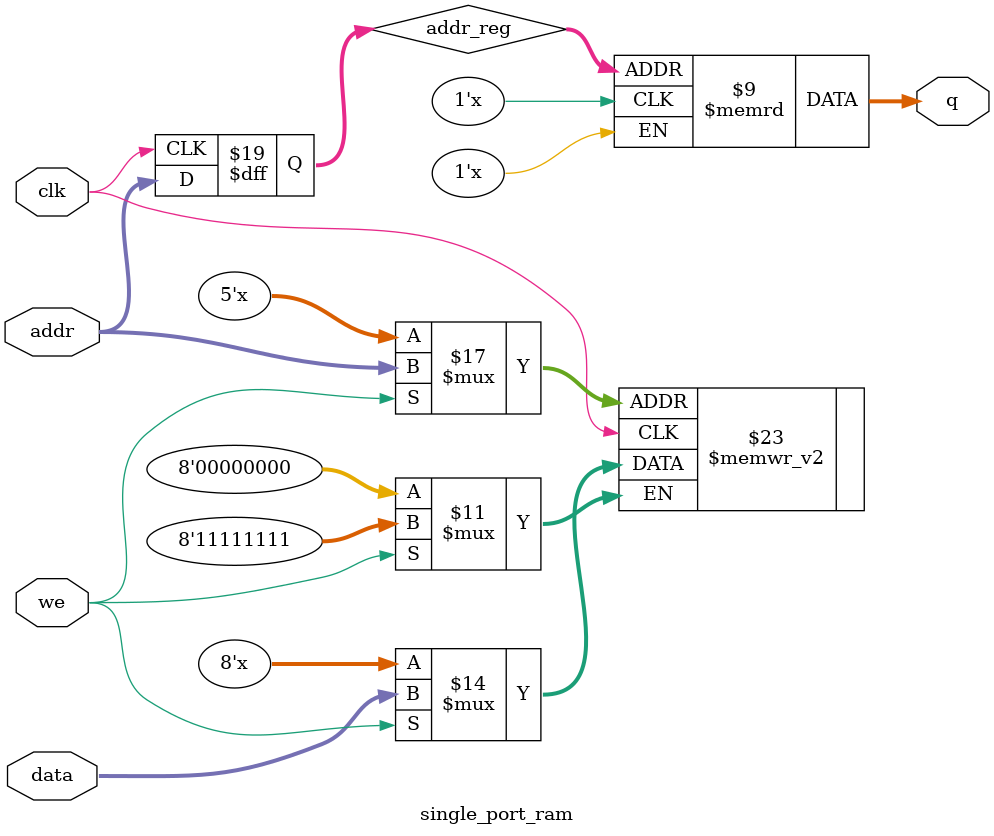
<source format=v>

module single_port_ram 
(
	input [7:0] data,
	input [4:0] addr,
	input we, clk,
	output [7:0] q
);

	// Declare the RAM variable
	reg [7:0] ram[31:0];

	// Variable to hold the registered read address
	reg [4:0] addr_reg;

	always @ (posedge clk)
	begin
		// Write
		if (we)
			ram[addr] <= data;

		addr_reg <= addr;
	end

	// Continuous assignment implies read returns NEW data.
	// This is the natural behavior of the TriMatrix memory
	// blocks in Single Port mode.  
	assign q = ram[addr_reg];

endmodule
</source>
